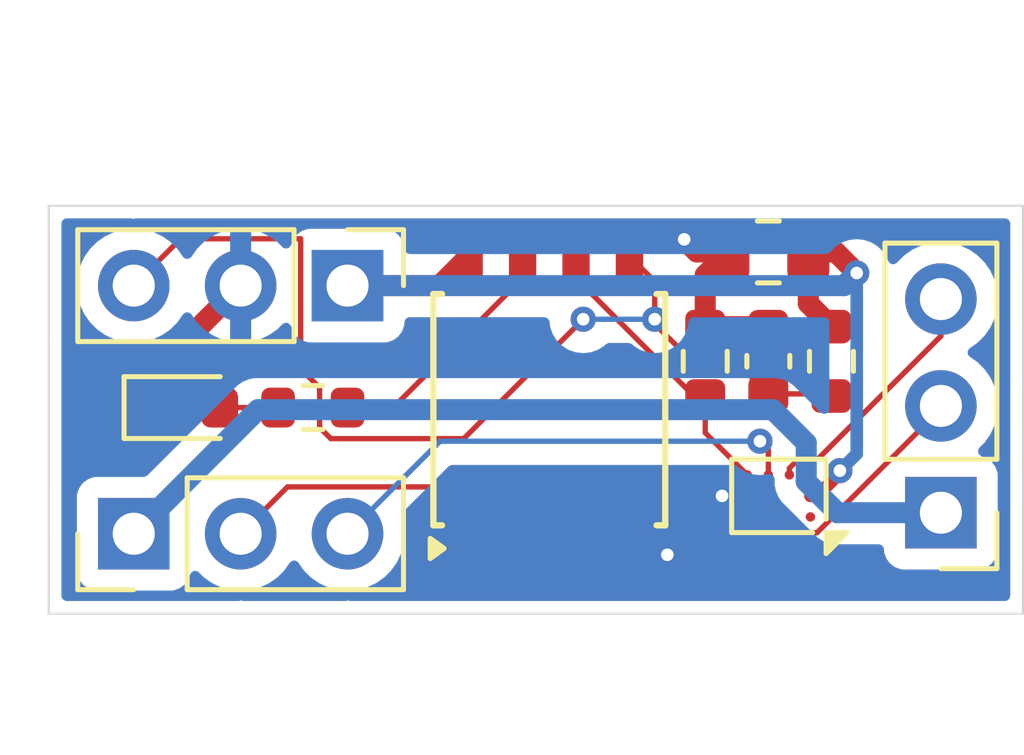
<source format=kicad_pcb>
(kicad_pcb (version 20240108) (generator "pcbnew") (generator_version "8.0")
  (layers (0 "F.Cu" signal) (31 "B.Cu" signal) (34 "B.Paste" user) (35 "F.Paste" user) (36 "B.SilkS" user "B.Silkscreen") (37 "F.SilkS" user "F.Silkscreen") (38 "B.Mask" user) (39 "F.Mask" user) (44 "Edge.Cuts" user))
  (net 0 "")
  (net 1 "Net-(U3-AREF{slash}PB0)")
  (net 2 "GND")
  (net 3 "+5V")
  (net 4 "Net-(D1-A)")
  (net 5 "Net-(J1-Pad1)")
  (net 6 "Net-(U3-PB2)")
  (net 10 "Net-(U1-NC2)")
  (net 11 "Net-(U1-NC1)")
  (net 12 "Net-(U1-COM1)")
  (net 13 "Net-(U1-IN1)")
  (net 16 "Net-(U1-COM2)")
  (footprint "Connector_PinHeader_2.54mm:PinHeader_1x03_P2.54mm_Vertical" (layer "F.Cu") (at 36.2 44.5 -90)
    (property "Reference" "J3" (hide yes))
    (property "Value" "DIN-5_180degree")
    (fp_line (start -1.33 6.41) (end 1.33 6.41) (stroke (width 0.12)) (layer "F.SilkS"))
    (fp_line (start -1.33 1.27) (end -1.33 6.41) (stroke (width 0.12)) (layer "F.SilkS"))
    (fp_line (start -1.33 1.27) (end 1.33 1.27) (stroke (width 0.12)) (layer "F.SilkS"))
    (fp_line (start 1.33 1.27) (end 1.33 6.41) (stroke (width 0.12)) (layer "F.SilkS"))
    (fp_line (start -1.33 0) (end -1.33 -1.33) (stroke (width 0.12)) (layer "F.SilkS"))
    (fp_line (start -1.33 -1.33) (end 0 -1.33) (stroke (width 0.12)) (layer "F.SilkS"))
    (pad "1" thru_hole rect (at 0 0 270) (size 1.7 1.7) (drill 1) (layers "*.Cu" "*.Mask") (net 3 "+5V"))
    (pad "2" thru_hole oval (at 0 2.54 270) (size 1.7 1.7) (drill 1) (layers "*.Cu" "*.Mask") (net 2 "GND"))
    (pad "3" thru_hole oval (at 0 5.08 270) (size 1.7 1.7) (drill 1) (layers "*.Cu" "*.Mask") (net 1 "Net-(U3-AREF{slash}PB0)"))
  )
  (footprint "Connector_PinHeader_2.54mm:PinHeader_1x03_P2.54mm_Vertical" (layer "F.Cu") (at 31.12 50.4 90)
    (property "Reference" "J1" (hide yes))
    (property "Value" "XLR3")
    (fp_line (start -1.33 -1.33) (end 0 -1.33) (stroke (width 0.12)) (layer "F.SilkS"))
    (fp_line (start -1.33 0) (end -1.33 -1.33) (stroke (width 0.12)) (layer "F.SilkS"))
    (fp_line (start 1.33 1.27) (end 1.33 6.41) (stroke (width 0.12)) (layer "F.SilkS"))
    (fp_line (start -1.33 1.27) (end 1.33 1.27) (stroke (width 0.12)) (layer "F.SilkS"))
    (fp_line (start -1.33 1.27) (end -1.33 6.41) (stroke (width 0.12)) (layer "F.SilkS"))
    (fp_line (start -1.33 6.41) (end 1.33 6.41) (stroke (width 0.12)) (layer "F.SilkS"))
    (pad "1" thru_hole rect (at 0 0 90) (size 1.7 1.7) (drill 1) (layers "*.Cu" "*.Mask") (net 5 "Net-(J1-Pad1)"))
    (pad "2" thru_hole oval (at 0 2.54 90) (size 1.7 1.7) (drill 1) (layers "*.Cu" "*.Mask") (net 11 "Net-(U1-NC1)"))
    (pad "3" thru_hole oval (at 0 5.08 90) (size 1.7 1.7) (drill 1) (layers "*.Cu" "*.Mask") (net 10 "Net-(U1-NC2)"))
  )
  (footprint "Connector_PinHeader_2.54mm:PinHeader_1x03_P2.54mm_Vertical" (layer "F.Cu") (at 50.3 49.9 180)
    (property "Reference" "J2" (hide yes))
    (property "Value" "XLR3")
    (fp_line (start 1.33 1.27) (end 1.33 6.41) (stroke (width 0.12)) (layer "F.SilkS"))
    (fp_line (start -1.33 6.41) (end 1.33 6.41) (stroke (width 0.12)) (layer "F.SilkS"))
    (fp_line (start -1.33 1.27) (end 1.33 1.27) (stroke (width 0.12)) (layer "F.SilkS"))
    (fp_line (start -1.33 1.27) (end -1.33 6.41) (stroke (width 0.12)) (layer "F.SilkS"))
    (fp_line (start -1.33 0) (end -1.33 -1.33) (stroke (width 0.12)) (layer "F.SilkS"))
    (fp_line (start -1.33 -1.33) (end 0 -1.33) (stroke (width 0.12)) (layer "F.SilkS"))
    (pad "1" thru_hole rect (at 0 0 180) (size 1.7 1.7) (drill 1) (layers "*.Cu" "*.Mask") (net 5 "Net-(J1-Pad1)"))
    (pad "2" thru_hole oval (at 0 2.54 180) (size 1.7 1.7) (drill 1) (layers "*.Cu" "*.Mask") (net 12 "Net-(U1-COM1)"))
    (pad "3" thru_hole oval (at 0 5.08 180) (size 1.7 1.7) (drill 1) (layers "*.Cu" "*.Mask") (net 16 "Net-(U1-COM2)"))
  )
  (footprint "Package_BGA:Texas_DSBGA-10_1.36x1.86mm_Layout3x4_P0.5mm" (layer "F.Cu") (at 46.45 49.5 -90)
    (property "Reference" "U1" (hide yes))
    (property "Value" "TS5A22364YZPR")
    (fp_line (start 0.8725 1.1225) (end -0.8725 1.1225) (stroke (width 0.12)) (layer "F.SilkS"))
    (fp_line (start 0.8725 1.1225) (end 0.8725 -0.8025) (stroke (width 0.12)) (layer "F.SilkS"))
    (fp_line (start -0.8725 -1.1225) (end -0.8725 1.1225) (stroke (width 0.12)) (layer "F.SilkS"))
    (fp_line (start 0.5525 -1.1225) (end -0.8725 -1.1225) (stroke (width 0.12)) (layer "F.SilkS"))
    (fp_poly (pts (xy 0.8725 -1.1225) (xy 0.8725 -1.6225) (xy 1.3725 -1.1225) (xy 0.8725 -1.1225)) (stroke (width 0.12)) (fill solid) (layer "F.SilkS"))
    (pad "A1" smd circle (at -0.5 -0.75 270) (size 0.225 0.225) (property pad_prop_bga) (layers "F.Cu" "F.Mask"))
    (pad "A2" smd circle (at 0 -0.75 270) (size 0.225 0.225) (property pad_prop_bga) (layers "F.Cu" "F.Mask") (net 3 "+5V"))
    (pad "A3" smd circle (at 0.5 -0.75 270) (size 0.225 0.225) (property pad_prop_bga) (layers "F.Cu" "F.Mask"))
    (pad "B1" smd circle (at -0.5 -0.25 270) (size 0.225 0.225) (property pad_prop_bga) (layers "F.Cu" "F.Mask") (net 16 "Net-(U1-COM2)"))
    (pad "B3" smd circle (at 0.5 -0.25 270) (size 0.225 0.225) (property pad_prop_bga) (layers "F.Cu" "F.Mask") (net 12 "Net-(U1-COM1)"))
    (pad "C1" smd circle (at -0.5 0.25 270) (size 0.225 0.225) (property pad_prop_bga) (layers "F.Cu" "F.Mask") (net 10 "Net-(U1-NC2)"))
    (pad "C3" smd circle (at 0.5 0.25 270) (size 0.225 0.225) (property pad_prop_bga) (layers "F.Cu" "F.Mask") (net 11 "Net-(U1-NC1)"))
    (pad "D1" smd circle (at -0.5 0.75 270) (size 0.225 0.225) (property pad_prop_bga) (layers "F.Cu" "F.Mask") (net 13 "Net-(U1-IN1)"))
    (pad "D2" smd circle (at 0 0.75 270) (size 0.225 0.225) (property pad_prop_bga) (layers "F.Cu" "F.Mask") (net 2 "GND"))
    (pad "D3" smd circle (at 0.5 0.75 270) (size 0.225 0.225) (property pad_prop_bga) (layers "F.Cu" "F.Mask") (net 13 "Net-(U1-IN1)"))
  )
  (footprint "Resistor_SMD:R_0603_1608Metric" (layer "F.Cu") (at 35.375 47.4 180)
    (property "Reference" "R3" (hide yes))
    (property "Value" "100")
    (fp_line (start -0.237258 0.5225) (end 0.237258 0.5225) (stroke (width 0.12)) (layer "F.SilkS"))
    (fp_line (start -0.237258 -0.5225) (end 0.237258 -0.5225) (stroke (width 0.12)) (layer "F.SilkS"))
    (pad "1" smd roundrect (at -0.825 0 180) (size 0.8 0.95) (layers "F.Cu" "F.Paste" "F.Mask") (net 6 "Net-(U3-PB2)"))
    (pad "2" smd roundrect (at 0.825 0 180) (size 0.8 0.95) (layers "F.Cu" "F.Paste" "F.Mask") (net 4 "Net-(D1-A)"))
  )
  (footprint "Resistor_SMD:R_0603_1608Metric" (layer "F.Cu") (at 47.7 46.3 -90)
    (property "Reference" "R1" (hide yes))
    (property "Value" "2.2k")
    (fp_line (start -0.237258 0.5225) (end 0.237258 0.5225) (stroke (width 0.12)) (layer "F.SilkS"))
    (fp_line (start -0.237258 -0.5225) (end 0.237258 -0.5225) (stroke (width 0.12)) (layer "F.SilkS"))
    (pad "1" smd roundrect (at -0.825 0 270) (size 0.8 0.95) (layers "F.Cu" "F.Paste" "F.Mask") (net 3 "+5V"))
    (pad "2" smd roundrect (at 0.825 0 270) (size 0.8 0.95) (layers "F.Cu" "F.Paste" "F.Mask") (net 1 "Net-(U3-AREF{slash}PB0)"))
  )
  (footprint "LED_SMD:LED_0603_1608Metric" (layer "F.Cu") (at 32.375 47.4)
    (property "Reference" "D1" (hide yes))
    (property "Value" "LED")
    (fp_line (start -1.485 -0.735) (end -1.485 0.735) (stroke (width 0.12)) (layer "F.SilkS"))
    (fp_line (start -1.485 0.735) (end 0.8 0.735) (stroke (width 0.12)) (layer "F.SilkS"))
    (fp_line (start 0.8 -0.735) (end -1.485 -0.735) (stroke (width 0.12)) (layer "F.SilkS"))
    (pad "1" smd roundrect (at -0.7875 0) (size 0.875 0.95) (layers "F.Cu" "F.Paste" "F.Mask") (net 2 "GND"))
    (pad "2" smd roundrect (at 0.7875 0) (size 0.875 0.95) (layers "F.Cu" "F.Paste" "F.Mask") (net 4 "Net-(D1-A)"))
  )
  (footprint "Capacitor_SMD:C_0603_1608Metric" (layer "F.Cu") (at 46.2 46.3 90)
    (property "Reference" "C1" (hide yes))
    (property "Value" "1nF")
    (fp_line (start -0.14058 -0.51) (end 0.14058 -0.51) (stroke (width 0.12)) (layer "F.SilkS"))
    (fp_line (start -0.14058 0.51) (end 0.14058 0.51) (stroke (width 0.12)) (layer "F.SilkS"))
    (pad "1" smd roundrect (at -0.775 0 90) (size 0.9 0.95) (layers "F.Cu" "F.Paste" "F.Mask") (net 1 "Net-(U3-AREF{slash}PB0)"))
    (pad "2" smd roundrect (at 0.775 0 90) (size 0.9 0.95) (layers "F.Cu" "F.Paste" "F.Mask") (net 2 "GND"))
  )
  (footprint "Resistor_SMD:R_0603_1608Metric" (layer "F.Cu") (at 44.7 46.3 90)
    (property "Reference" "R2" (hide yes))
    (property "Value" "4.7k")
    (fp_line (start -0.237258 -0.5225) (end 0.237258 -0.5225) (stroke (width 0.12)) (layer "F.SilkS"))
    (fp_line (start -0.237258 0.5225) (end 0.237258 0.5225) (stroke (width 0.12)) (layer "F.SilkS"))
    (pad "1" smd roundrect (at -0.825 0 90) (size 0.8 0.95) (layers "F.Cu" "F.Paste" "F.Mask") (net 13 "Net-(U1-IN1)"))
    (pad "2" smd roundrect (at 0.825 0 90) (size 0.8 0.95) (layers "F.Cu" "F.Paste" "F.Mask") (net 2 "GND"))
  )
  (footprint "Package_SO:SOIC-8W_5.3x5.3mm_P1.27mm" (layer "F.Cu") (at 40.995 47.45 90)
    (property "Reference" "U3" (hide yes))
    (property "Value" "ATtiny85-20S")
    (fp_line (start 2.75 -2.755) (end 2.75 -2.55) (stroke (width 0.15)) (layer "F.SilkS"))
    (fp_line (start -2.75 -2.755) (end 2.75 -2.755) (stroke (width 0.15)) (layer "F.SilkS"))
    (fp_line (start -2.75 -2.755) (end -2.75 -2.55) (stroke (width 0.15)) (layer "F.SilkS"))
    (fp_line (start 2.75 2.755) (end 2.75 2.55) (stroke (width 0.15)) (layer "F.SilkS"))
    (fp_line (start -2.75 2.755) (end -2.75 2.55) (stroke (width 0.15)) (layer "F.SilkS"))
    (fp_line (start -2.75 2.755) (end 2.75 2.755) (stroke (width 0.15)) (layer "F.SilkS"))
    (fp_poly (pts (xy -3.3 -2.5) (xy -3.54 -2.83) (xy -3.06 -2.83) (xy -3.3 -2.5)) (stroke (width 0.12)) (fill solid) (layer "F.SilkS"))
    (pad "1" smd rect (at -3.65 -1.905 90) (size 1.7 0.65) (layers "F.Cu" "F.Paste" "F.Mask"))
    (pad "2" smd rect (at -3.65 -0.635 90) (size 1.7 0.65) (layers "F.Cu" "F.Paste" "F.Mask"))
    (pad "3" smd rect (at -3.65 0.635 90) (size 1.7 0.65) (layers "F.Cu" "F.Paste" "F.Mask"))
    (pad "4" smd rect (at -3.65 1.905 90) (size 1.7 0.65) (layers "F.Cu" "F.Paste" "F.Mask") (net 2 "GND"))
    (pad "5" smd rect (at 3.65 1.905 90) (size 1.7 0.65) (layers "F.Cu" "F.Paste" "F.Mask") (net 1 "Net-(U3-AREF{slash}PB0)"))
    (pad "6" smd rect (at 3.65 0.635 90) (size 1.7 0.65) (layers "F.Cu" "F.Paste" "F.Mask") (net 13 "Net-(U1-IN1)"))
    (pad "7" smd rect (at 3.65 -0.635 90) (size 1.7 0.65) (layers "F.Cu" "F.Paste" "F.Mask") (net 6 "Net-(U3-PB2)"))
    (pad "8" smd rect (at 3.65 -1.905 90) (size 1.7 0.65) (layers "F.Cu" "F.Paste" "F.Mask") (net 3 "+5V"))
  )
  (footprint "Capacitor_SMD:C_0805_2012Metric" (layer "F.Cu") (at 46.2 43.7 180)
    (property "Reference" "C2" (hide yes))
    (property "Value" "33uF")
    (fp_line (start -0.261252 0.735) (end 0.261252 0.735) (stroke (width 0.12)) (layer "F.SilkS"))
    (fp_line (start -0.261252 -0.735) (end 0.261252 -0.735) (stroke (width 0.12)) (layer "F.SilkS"))
    (pad "1" smd roundrect (at -0.95 0 180) (size 1 1.45) (layers "F.Cu" "F.Paste" "F.Mask") (net 3 "+5V"))
    (pad "2" smd roundrect (at 0.95 0 180) (size 1 1.45) (layers "F.Cu" "F.Paste" "F.Mask") (net 2 "GND"))
  )
  (gr_rect (start 29.1 42.6) (end 52.25 52.3) (stroke (width 0.05)) (fill none) (layer "Edge.Cuts"))
  (segment (start 43.5 44.4) (end 43.5 45.3) (width 0.127) (layer "F.Cu") (net 1))
  (segment (start 42.9 43.8) (end 43.5 44.4) (width 0.127) (layer "F.Cu") (net 1))
  (segment (start 47.65 47.075) (end 47.7 47.125) (width 0.127) (layer "F.Cu") (net 1))
  (segment (start 35.0865 46.47747) (end 35.5365 46.92747) (width 0.127) (layer "F.Cu") (net 1))
  (segment (start 35.5365 47.87253) (end 35.80247 48.1385) (width 0.127) (layer "F.Cu") (net 1))
  (segment (start 45.5865 46.4615) (end 46.2 47.075) (width 0.127) (layer "F.Cu") (net 1))
  (segment (start 38.9615 48.1385) (end 41.8 45.3) (width 0.127) (layer "F.Cu") (net 1))
  (segment (start 35.80247 48.1385) (end 38.9615 48.1385) (width 0.127) (layer "F.Cu") (net 1))
  (segment (start 32.2335 43.3865) (end 35.0865 43.3865) (width 0.127) (layer "F.Cu") (net 1))
  (segment (start 44.55047 46.4615) (end 45.5865 46.4615) (width 0.127) (layer "F.Cu") (net 1))
  (segment (start 43.5 45.3) (end 43.5 45.41103) (width 0.127) (layer "F.Cu") (net 1))
  (segment (start 43.5 45.41103) (end 44.55047 46.4615) (width 0.127) (layer "F.Cu") (net 1))
  (segment (start 31.12 44.5) (end 32.2335 43.3865) (width 0.127) (layer "F.Cu") (net 1))
  (segment (start 35.0865 43.3865) (end 35.0865 46.47747) (width 0.127) (layer "F.Cu") (net 1))
  (segment (start 35.5365 46.92747) (end 35.5365 47.87253) (width 0.127) (layer "F.Cu") (net 1))
  (segment (start 46.2 47.075) (end 47.65 47.075) (width 0.127) (layer "F.Cu") (net 1))
  (via (at 43.5 45.3) (size 0.6) (drill 0.3) (layers "F.Cu" "B.Cu") (net 1))
  (via (at 41.8 45.3) (size 0.6) (drill 0.3) (layers "F.Cu" "B.Cu") (net 1))
  (segment (start 41.8 45.3) (end 43.5 45.3) (width 0.127) (layer "B.Cu") (net 1))
  (segment (start 44.7 45.475) (end 46.15 45.475) (width 0.5) (layer "F.Cu") (net 2))
  (segment (start 44.5 43.7) (end 44.2 43.4) (width 0.5) (layer "F.Cu") (net 2))
  (segment (start 44.7 44.25) (end 45.25 43.7) (width 0.5) (layer "F.Cu") (net 2))
  (segment (start 43.6 51.1) (end 43.8 50.9) (width 0.5) (layer "F.Cu") (net 2))
  (segment (start 45.7 49.5) (end 45.1 49.5) (width 0.3) (layer "F.Cu") (net 2))
  (segment (start 31.5875 47.4) (end 31.5875 46.5725) (width 0.5) (layer "F.Cu") (net 2))
  (segment (start 31.5875 46.5725) (end 33.66 44.5) (width 0.5) (layer "F.Cu") (net 2))
  (segment (start 44.7 45.475) (end 44.7 44.25) (width 0.5) (layer "F.Cu") (net 2))
  (segment (start 42.9 51.1) (end 43.6 51.1) (width 0.5) (layer "F.Cu") (net 2))
  (segment (start 46.15 45.475) (end 46.2 45.525) (width 0.5) (layer "F.Cu") (net 2))
  (segment (start 45.25 43.7) (end 44.5 43.7) (width 0.5) (layer "F.Cu") (net 2))
  (via (at 43.8 50.9) (size 0.6) (drill 0.3) (layers "F.Cu" "B.Cu") (net 2))
  (via (at 45.1 49.5) (size 0.6) (drill 0.3) (layers "F.Cu" "B.Cu") (net 2))
  (via (at 44.2 43.4) (size 0.6) (drill 0.3) (layers "F.Cu" "B.Cu") (net 2))
  (segment (start 47.15 43.7) (end 47.15 44.925) (width 0.5) (layer "F.Cu") (net 3))
  (segment (start 47.9 48.959099) (end 47.9 48.9) (width 0.3) (layer "F.Cu") (net 3))
  (segment (start 47.15 43.7) (end 47.8 43.7) (width 0.5) (layer "F.Cu") (net 3))
  (segment (start 47.2 49.5) (end 47.359099 49.5) (width 0.3) (layer "F.Cu") (net 3))
  (segment (start 47.15 44.925) (end 47.7 45.475) (width 0.5) (layer "F.Cu") (net 3))
  (segment (start 47.359099 49.5) (end 47.9 48.959099) (width 0.3) (layer "F.Cu") (net 3))
  (segment (start 47.8 43.7) (end 48.3 44.2) (width 0.5) (layer "F.Cu") (net 3))
  (segment (start 47.15 43.7) (end 47.15 43.9) (width 0.5) (layer "F.Cu") (net 3))
  (segment (start 36.2 44.5) (end 38.39 44.5) (width 0.5) (layer "F.Cu") (net 3))
  (segment (start 38.39 44.5) (end 39.09 43.8) (width 0.5) (layer "F.Cu") (net 3))
  (via (at 48.3 44.2) (size 0.6) (drill 0.3) (layers "F.Cu" "B.Cu") (net 3))
  (via (at 47.9 48.9) (size 0.6) (drill 0.3) (layers "F.Cu" "B.Cu") (net 3))
  (segment (start 48 44.5) (end 48.3 44.2) (width 0.5) (layer "B.Cu") (net 3))
  (segment (start 47.9 48.9) (end 48.3 48.5) (width 0.3) (layer "B.Cu") (net 3))
  (segment (start 48.3 48.5) (end 48.3 44.2) (width 0.3) (layer "B.Cu") (net 3))
  (segment (start 36.2 44.5) (end 48 44.5) (width 0.5) (layer "B.Cu") (net 3))
  (segment (start 33.1625 47.4) (end 34.55 47.4) (width 0.127) (layer "F.Cu") (net 4))
  (segment (start 31.12 50.4) (end 34.07 47.45) (width 0.5) (layer "B.Cu") (net 5))
  (segment (start 47.1 49.160661) (end 47.839339 49.9) (width 0.5) (layer "B.Cu") (net 5))
  (segment (start 46.310661 47.45) (end 47.1 48.239339) (width 0.5) (layer "B.Cu") (net 5))
  (segment (start 34.07 47.45) (end 46.310661 47.45) (width 0.5) (layer "B.Cu") (net 5))
  (segment (start 47.839339 49.9) (end 50.3 49.9) (width 0.5) (layer "B.Cu") (net 5))
  (segment (start 47.1 48.239339) (end 47.1 49.160661) (width 0.5) (layer "B.Cu") (net 5))
  (segment (start 40.36 43.8) (end 40.36 44.325) (width 0.127) (layer "F.Cu") (net 6))
  (segment (start 40.36 44.325) (end 37.285 47.4) (width 0.127) (layer "F.Cu") (net 6))
  (segment (start 37.285 47.4) (end 36.2 47.4) (width 0.127) (layer "F.Cu") (net 6))
  (segment (start 46.2 48.4) (end 46 48.2) (width 0.127) (layer "F.Cu") (net 10))
  (segment (start 46.2 49) (end 46.2 48.4) (width 0.127) (layer "F.Cu") (net 10))
  (via (at 46 48.2) (size 0.6) (drill 0.3) (layers "F.Cu" "B.Cu") (net 10))
  (segment (start 36.2 50.4) (end 38.4 48.2) (width 0.127) (layer "B.Cu") (net 10))
  (segment (start 38.4 48.2) (end 46 48.2) (width 0.127) (layer "B.Cu") (net 10))
  (segment (start 43.5865 49.2865) (end 44.7395 50.4395) (width 0.127) (layer "F.Cu") (net 11))
  (segment (start 45.9845 50.4395) (end 46.2 50.224) (width 0.127) (layer "F.Cu") (net 11))
  (segment (start 34.7735 49.2865) (end 43.5865 49.2865) (width 0.127) (layer "F.Cu") (net 11))
  (segment (start 33.66 50.4) (end 34.7735 49.2865) (width 0.127) (layer "F.Cu") (net 11))
  (segment (start 44.7395 50.4395) (end 45.9845 50.4395) (width 0.127) (layer "F.Cu") (net 11))
  (segment (start 46.2 50.224) (end 46.2 50) (width 0.127) (layer "F.Cu") (net 11))
  (segment (start 46.7 50) (end 46.7 50.159099) (width 0.127) (layer "F.Cu") (net 12))
  (segment (start 47.355745 50.376) (end 50.3 47.431745) (width 0.127) (layer "F.Cu") (net 12))
  (segment (start 50.3 47.431745) (end 50.3 47.36) (width 0.127) (layer "F.Cu") (net 12))
  (segment (start 46.7 50.159099) (end 46.916901 50.376) (width 0.127) (layer "F.Cu") (net 12))
  (segment (start 46.916901 50.376) (end 47.355745 50.376) (width 0.127) (layer "F.Cu") (net 12))
  (segment (start 45.7 50) (end 45.5875 50.1125) (width 0.127) (layer "F.Cu") (net 13))
  (segment (start 44.43 47.125) (end 44.7 47.125) (width 0.127) (layer "F.Cu") (net 13))
  (segment (start 44.5365 49.73341) (end 44.5365 49.26659) (width 0.127) (layer "F.Cu") (net 13))
  (segment (start 41.63 43.8) (end 41.63 44.325) (width 0.127) (layer "F.Cu") (net 13))
  (segment (start 45.6365 48.9365) (end 45.7 49) (width 0.127) (layer "F.Cu") (net 13))
  (segment (start 44.5365 49.26659) (end 44.86659 48.9365) (width 0.127) (layer "F.Cu") (net 13))
  (segment (start 45.5875 50.1125) (end 44.91559 50.1125) (width 0.127) (layer "F.Cu") (net 13))
  (segment (start 44.86659 48.9365) (end 45.6365 48.9365) (width 0.127) (layer "F.Cu") (net 13))
  (segment (start 44.7 47.125) (end 44.7 48) (width 0.127) (layer "F.Cu") (net 13))
  (segment (start 44.7 48) (end 45.7 49) (width 0.127) (layer "F.Cu") (net 13))
  (segment (start 44.91559 50.1125) (end 44.5365 49.73341) (width 0.127) (layer "F.Cu") (net 13))
  (segment (start 41.63 44.325) (end 44.43 47.125) (width 0.127) (layer "F.Cu") (net 13))
  (segment (start 47.376 48.624) (end 50.3 45.7) (width 0.127) (layer "F.Cu") (net 16))
  (segment (start 46.7 48.840901) (end 46.916901 48.624) (width 0.127) (layer "F.Cu") (net 16))
  (segment (start 46.916901 48.624) (end 47.376 48.624) (width 0.127) (layer "F.Cu") (net 16))
  (segment (start 50.3 45.7) (end 50.3 44.82) (width 0.127) (layer "F.Cu") (net 16))
  (segment (start 46.7 49) (end 46.7 48.840901) (width 0.127) (layer "F.Cu") (net 16))
  (zone (net 2) (net_name "GND") (layer "B.Cu") (connect_pads (clearance 0.5)) (min_thickness 0.25) (fill yes (thermal_gap 0.5) (thermal_bridge_width 0.5))
    (polygon (pts (xy 29.1 42.6) (xy 52.3 42.6) (xy 52.3 52.3) (xy 29.1 52.3)))
  )
)
</source>
